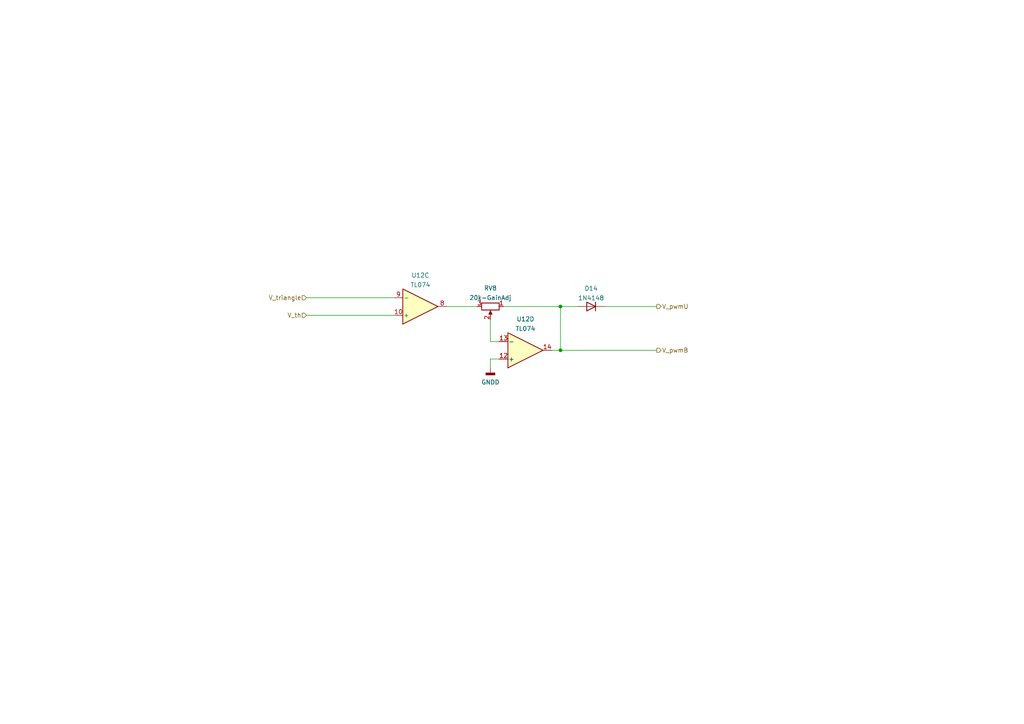
<source format=kicad_sch>
(kicad_sch (version 20211123) (generator eeschema)
  (paper "A4")
  (lib_symbols
    (symbol "Amplifier_Operational:TL074" (pin_names (offset 0.127))
      (property "Reference" "U" (at 0 5.08 0))
      (property "Value" "TL074" (at 0 -5.08 0))
      (symbol "TL074_1_1"
        (polyline (pts (xy -5.08 5.08) (xy 5.08 0) (xy -5.08 -5.08) (xy -5.08 5.08)) (stroke (width 0.254)) (fill (type background)))
        (pin output line (at 7.62 0 180) (length 2.54) (name "~") (number "1"))
        (pin input line (at -7.62 -2.54 0) (length 2.54) (name "-") (number "2"))
        (pin input line (at -7.62 2.54 0) (length 2.54) (name "+") (number "3"))
      )
      (symbol "TL074_2_1"
        (polyline (pts (xy -5.08 5.08) (xy 5.08 0) (xy -5.08 -5.08) (xy -5.08 5.08)) (stroke (width 0.254)) (fill (type background)))
        (pin input line (at -7.62 2.54 0) (length 2.54) (name "+") (number "5"))
        (pin input line (at -7.62 -2.54 0) (length 2.54) (name "-") (number "6"))
        (pin output line (at 7.62 0 180) (length 2.54) (name "~") (number "7"))
      )
      (symbol "TL074_3_1"
        (polyline (pts (xy -5.08 5.08) (xy 5.08 0) (xy -5.08 -5.08) (xy -5.08 5.08)) (stroke (width 0.254)) (fill (type background)))
        (pin input line (at -7.62 2.54 0) (length 2.54) (name "+") (number "10"))
        (pin output line (at 7.62 0 180) (length 2.54) (name "~") (number "8"))
        (pin input line (at -7.62 -2.54 0) (length 2.54) (name "-") (number "9"))
      )
      (symbol "TL074_4_1"
        (polyline (pts (xy -5.08 5.08) (xy 5.08 0) (xy -5.08 -5.08) (xy -5.08 5.08)) (stroke (width 0.254)) (fill (type background)))
        (pin input line (at -7.62 2.54 0) (length 2.54) (name "+") (number "12"))
        (pin input line (at -7.62 -2.54 0) (length 2.54) (name "-") (number "13"))
        (pin output line (at 7.62 0 180) (length 2.54) (name "~") (number "14"))
      )
      (symbol "TL074_5_1"
        (pin power_in line (at -2.54 -7.62 90) (length 3.81) (name "V-") (number "11"))
        (pin power_in line (at -2.54 7.62 270) (length 3.81) (name "V+") (number "4"))
      )
    )
    (symbol "Device:R_Potentiometer" (pin_names (offset 1.016) hide)
      (property "Reference" "RV" (at -4.445 0 90))
      (property "Value" "R_Potentiometer" (at -2.54 0 90))
      (symbol "R_Potentiometer_0_1"
        (polyline (pts (xy 2.54 0) (xy 1.524 0)))
        (polyline (pts (xy 1.143 0) (xy 2.286 0.508) (xy 2.286 -0.508) (xy 1.143 0)) (fill (type outline)))
        (rectangle (start 1.016 2.54) (end -1.016 -2.54) (stroke (width 0.254)))
      )
      (symbol "R_Potentiometer_1_1"
        (pin passive line (at 0 3.81 270) (length 1.27) (name "1") (number "1"))
        (pin passive line (at 3.81 0 180) (length 1.27) (name "2") (number "2"))
        (pin passive line (at 0 -3.81 90) (length 1.27) (name "3") (number "3"))
      )
    )
    (symbol "Diode:1N4148" (pin_numbers hide) (pin_names (offset 1.016) hide)
      (property "Reference" "D" (at 0 2.54 0))
      (property "Value" "1N4148" (at 0 -2.54 0))
      (symbol "1N4148_0_1"
        (polyline (pts (xy -1.27 1.27) (xy -1.27 -1.27)) (stroke (width 0.254)))
        (polyline (pts (xy 1.27 0) (xy -1.27 0)))
        (polyline (pts (xy 1.27 1.27) (xy 1.27 -1.27) (xy -1.27 0) (xy 1.27 1.27)) (stroke (width 0.254)))
      )
      (symbol "1N4148_1_1"
        (pin passive line (at -3.81 0 0) (length 2.54) (name "K") (number "1"))
        (pin passive line (at 3.81 0 180) (length 2.54) (name "A") (number "2"))
      )
    )
    (symbol "power:GNDD" (power) (pin_names (offset 0))
      (property "Value" "GNDD" (at 0 -3.175 0))
      (symbol "GNDD_0_1"
        (rectangle (start -1.27 -1.524) (end 1.27 -2.032) (stroke (width 0.254)) (fill (type outline)))
        (polyline (pts (xy 0 0) (xy 0 -1.524)))
      )
      (symbol "GNDD_1_1"
        (pin power_in line (at 0 0 270) (length 0) hide (name "GNDD") (number "1"))
      )
    )
  )
  (junction (at 162.56 88.9))
  (junction (at 162.56 101.6))
  (wire (pts (xy 142.24 99.06) (xy 142.24 92.71)))
  (wire (pts (xy 142.24 104.14) (xy 142.24 106.68)))
  (wire (pts (xy 162.56 101.6) (xy 190.5 101.6)))
  (wire (pts (xy 88.9 86.36) (xy 114.3 86.36)))
  (wire (pts (xy 162.56 101.6) (xy 160.02 101.6)))
  (wire (pts (xy 88.9 91.44) (xy 114.3 91.44)))
  (wire (pts (xy 175.26 88.9) (xy 190.5 88.9)))
  (wire (pts (xy 144.78 104.14) (xy 142.24 104.14)))
  (wire (pts (xy 162.56 88.9) (xy 162.56 101.6)))
  (wire (pts (xy 146.05 88.9) (xy 162.56 88.9)))
  (wire (pts (xy 162.56 88.9) (xy 167.64 88.9)))
  (wire (pts (xy 129.54 88.9) (xy 138.43 88.9)))
  (wire (pts (xy 144.78 99.06) (xy 142.24 99.06)))
  (hierarchical_label "V_th" (shape input) (at 88.9 91.44 180))
  (hierarchical_label "V_triangle" (shape input) (at 88.9 86.36 180))
  (hierarchical_label "V_pwmB" (shape output) (at 190.5 101.6 0))
  (hierarchical_label "V_pwmU" (shape output) (at 190.5 88.9 0))
  (symbol (lib_id "Device:R_Potentiometer") (at 142.24 88.9 270) (unit 1)
    (property "Reference" "RV8" (at 142.24 83.5849 90))
    (property "Value" "20k-GainAdj" (at 142.24 86.36 90))
    (property "Footprint" "Potentiometer_THT:Potentiometer_Bourns_3296W_Vertical" (effects hide))
  )
  (symbol (lib_id "Amplifier_Operational:TL074") (at 152.4 101.6 0) (mirror x) (unit 4)
    (property "Reference" "U12" (at 152.4 92.5535 0))
    (property "Value" "TL074" (at 152.4 95.3286 0))
    (property "Footprint" "Package_DIP:DIP-14_W7.62mm_Socket" (effects hide))
    (property "Datasheet" "http://www.ti.com/lit/ds/symlink/tl071.pdf" (effects hide))
  )
  (symbol (lib_id "Amplifier_Operational:TL074") (at 121.92 88.9 0) (mirror x) (unit 3)
    (property "Reference" "U12" (at 121.92 79.8535 0))
    (property "Value" "TL074" (at 121.92 82.6286 0))
    (property "Footprint" "Package_DIP:DIP-14_W7.62mm_Socket" (effects hide))
    (property "Datasheet" "http://www.ti.com/lit/ds/symlink/tl071.pdf" (effects hide))
  )
  (symbol (lib_id "Diode:1N4148") (at 171.45 88.9 180) (unit 1)
    (property "Reference" "D14" (at 171.45 83.6635 0))
    (property "Value" "1N4148" (at 171.45 86.4386 0))
    (property "Footprint" "Diode_THT:D_DO-35_SOD27_P7.62mm_Horizontal" (effects hide))
    (property "Datasheet" "https://assets.nexperia.com/documents/data-sheet/1N4148_1N4448.pdf" (effects hide))
  )
  (symbol (lib_id "power:GNDD") (at 142.24 106.68 0) (unit 1)
    (property "Reference" "#PWR067" (effects hide))
    (property "Value" "GNDD" (at 142.24 110.8615 0))
  )
)
</source>
